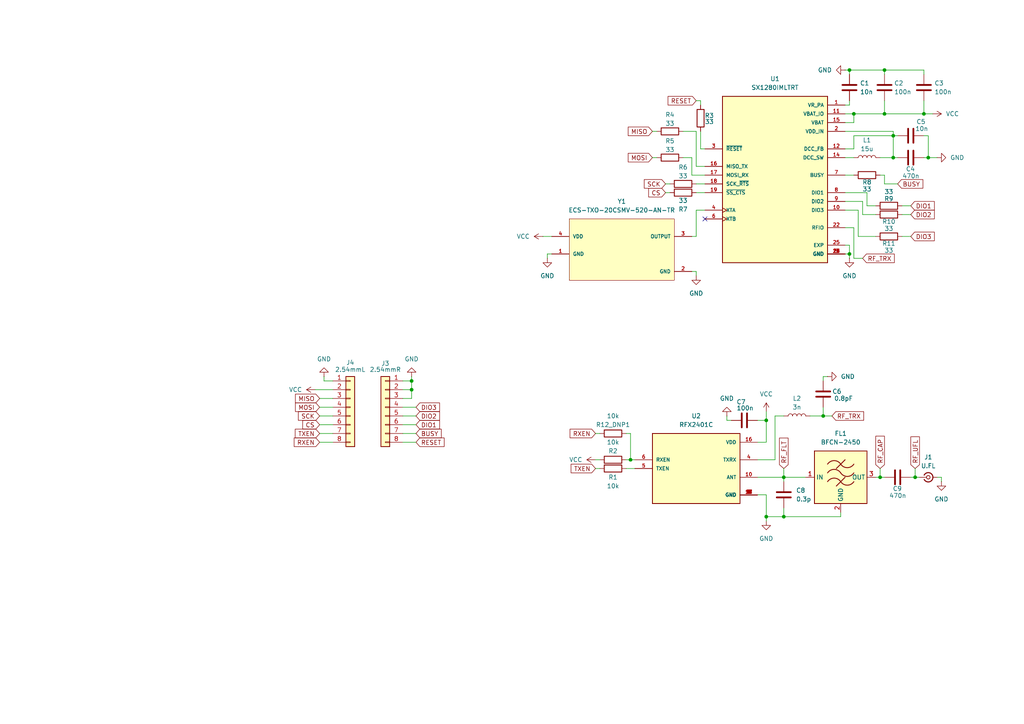
<source format=kicad_sch>
(kicad_sch (version 20250114) (generator "eeschema") (generator_version "9.0")
  (paper "A4")
  (lib_symbols
    (symbol "Connector:Conn_Coaxial_Small" (pin_numbers (hide yes)) (pin_names (offset 1.016) (hide yes))
      (property "Reference" "J" (at 0.254 3.048 0))
      (property "Value" "Conn_Coaxial_Small" (at 0 -3.81 0))
      (symbol "Conn_Coaxial_Small_0_1"
        (polyline (pts (xy -2.54 0) (xy -0.508 0)))
        (circle (center 0 0) (radius 0.508) (stroke (width 0.2032)))
      )
      (symbol "Conn_Coaxial_Small_1_1"
        (arc (start 1.3484 0.0039) (mid 0.327 -1.308) (end -1.1916 -0.6311) (stroke (width 0.3048)))
        (arc (start -1.1916 0.6311) (mid 0.327 1.3081) (end 1.3484 -0.0039) (stroke (width 0.3048)))
        (pin passive line (at -2.54 0 0) (length 1.27) (name "In") (number "1"))
        (pin passive line (at 2.54 0 180) (length 1.27) (name "Ext") (number "2"))
      )
    )
    (symbol "Connector_Generic:Conn_01x08" (pin_names (offset 1.016) (hide yes))
      (property "Reference" "J" (at 0 10.16 0))
      (property "Value" "Conn_01x08" (at 0 -12.7 0))
      (symbol "Conn_01x08_1_1"
        (rectangle (start -1.27 8.89) (end 1.27 -11.43) (stroke (width 0.254)) (fill (type background)))
        (rectangle (start -1.27 7.747) (end 0 7.493) (stroke (width 0.1524)))
        (rectangle (start -1.27 5.207) (end 0 4.953) (stroke (width 0.1524)))
        (rectangle (start -1.27 2.667) (end 0 2.413) (stroke (width 0.1524)))
        (rectangle (start -1.27 0.127) (end 0 -0.127) (stroke (width 0.1524)))
        (rectangle (start -1.27 -2.413) (end 0 -2.667) (stroke (width 0.1524)))
        (rectangle (start -1.27 -4.953) (end 0 -5.207) (stroke (width 0.1524)))
        (rectangle (start -1.27 -7.493) (end 0 -7.747) (stroke (width 0.1524)))
        (rectangle (start -1.27 -10.033) (end 0 -10.287) (stroke (width 0.1524)))
        (pin passive line (at -5.08 7.62 0) (length 3.81) (name "Pin_1") (number "1"))
        (pin passive line (at -5.08 5.08 0) (length 3.81) (name "Pin_2") (number "2"))
        (pin passive line (at -5.08 2.54 0) (length 3.81) (name "Pin_3") (number "3"))
        (pin passive line (at -5.08 0 0) (length 3.81) (name "Pin_4") (number "4"))
        (pin passive line (at -5.08 -2.54 0) (length 3.81) (name "Pin_5") (number "5"))
        (pin passive line (at -5.08 -5.08 0) (length 3.81) (name "Pin_6") (number "6"))
        (pin passive line (at -5.08 -7.62 0) (length 3.81) (name "Pin_7") (number "7"))
        (pin passive line (at -5.08 -10.16 0) (length 3.81) (name "Pin_8") (number "8"))
      )
    )
    (symbol "Device:C" (pin_numbers (hide yes)) (pin_names (offset 0.254))
      (property "Reference" "C" (at 0.635 2.54 0))
      (property "Value" "C" (at 0.635 -2.54 0))
      (symbol "C_0_1"
        (polyline (pts (xy -2.032 0.762) (xy 2.032 0.762)) (stroke (width 0.508)))
        (polyline (pts (xy -2.032 -0.762) (xy 2.032 -0.762)) (stroke (width 0.508)))
      )
      (symbol "C_1_1"
        (pin passive line (at 0 3.81 270) (length 2.794) (name "~") (number "1"))
        (pin passive line (at 0 -3.81 90) (length 2.794) (name "~") (number "2"))
      )
    )
    (symbol "Device:L" (pin_numbers (hide yes)) (pin_names (offset 1.016) (hide yes))
      (property "Reference" "L" (at -1.27 0 90))
      (property "Value" "L" (at 1.905 0 90))
      (symbol "L_0_1"
        (arc (start 0 2.54) (mid 0.6323 1.905) (end 0 1.27))
        (arc (start 0 1.27) (mid 0.6323 0.635) (end 0 0))
        (arc (start 0 0) (mid 0.6323 -0.635) (end 0 -1.27))
        (arc (start 0 -1.27) (mid 0.6323 -1.905) (end 0 -2.54))
      )
      (symbol "L_1_1"
        (pin passive line (at 0 3.81 270) (length 1.27) (name "1") (number "1"))
        (pin passive line (at 0 -3.81 90) (length 1.27) (name "2") (number "2"))
      )
    )
    (symbol "Device:R" (pin_numbers (hide yes)) (pin_names (offset 0))
      (property "Reference" "R" (at 2.032 0 90))
      (property "Value" "R" (at 0 0 90))
      (symbol "R_0_1"
        (rectangle (start -1.016 -2.54) (end 1.016 2.54) (stroke (width 0.254)))
      )
      (symbol "R_1_1"
        (pin passive line (at 0 3.81 270) (length 1.27) (name "~") (number "1"))
        (pin passive line (at 0 -3.81 90) (length 1.27) (name "~") (number "2"))
      )
    )
    (symbol "ECS-TXO-20CSMV:ECS-TXO-20CSMV-520-AN-TR" (pin_names (offset 1.016))
      (property "Reference" "Y" (at -15.5252 8.1444 0))
      (property "Value" "ECS-TXO-20CSMV-520-AN-TR" (at -15.2679 -12.4688 0))
      (symbol "ECS-TXO-20CSMV-520-AN-TR_0_0"
        (rectangle (start -15.24 -10.16) (end 15.24 7.62) (stroke (width 0.127)) (fill (type background)))
        (pin input line (at -20.32 2.54 0) (length 5.08) (name "VDD") (number "4"))
        (pin output line (at 20.32 2.54 180) (length 5.08) (name "OUTPUT") (number "3"))
      )
      (symbol "ECS-TXO-20CSMV-520-AN-TR_1_0"
        (pin power_in line (at -20.32 -2.54 0) (length 5.08) (name "GND") (number "1"))
        (pin power_in line (at 20.32 -7.62 180) (length 5.08) (name "GND") (number "2"))
      )
    )
    (symbol "RF_Filter:BFCN-2450"
      (property "Reference" "FL" (at 0 10.795 0))
      (property "Value" "BFCN-2450" (at 0 8.89 0))
      (symbol "BFCN-2450_0_1"
        (rectangle (start -7.62 7.62) (end 7.62 -7.62) (stroke (width 0.254)) (fill (type background)))
        (arc (start -3.81 3.81) (mid -1.905 4.8295) (end 0 3.81) (stroke (width 0.254)))
        (arc (start -3.81 1.27) (mid -1.905 2.2895) (end 0 1.27) (stroke (width 0.254)))
        (arc (start -3.81 -1.27) (mid -1.905 -0.2505) (end 0 -1.27) (stroke (width 0.254)))
        (polyline (pts (xy -1.27 2.54) (xy 1.27 5.08)) (stroke (width 0.254)))
        (polyline (pts (xy -1.27 -2.54) (xy 1.27 0)) (stroke (width 0.254)))
        (arc (start 3.81 3.81) (mid 1.905 2.7905) (end 0 3.81) (stroke (width 0.254)))
        (arc (start 3.81 1.27) (mid 1.905 0.2505) (end 0 1.27) (stroke (width 0.254)))
        (arc (start 3.81 -1.27) (mid 1.905 -2.2895) (end 0 -1.27) (stroke (width 0.254)))
      )
      (symbol "BFCN-2450_1_1"
        (pin passive line (at -10.16 0 0) (length 2.54) (name "IN") (number "1"))
        (pin passive line (at 0 -10.16 90) (length 2.54) (name "GND") (number "2"))
        (pin passive line (at 0 -10.16 90) (length 2.54) (hide yes) (name "GND") (number "4"))
        (pin passive line (at 10.16 0 180) (length 2.54) (name "OUT") (number "3"))
      )
    )
    (symbol "power:GND" (power) (pin_numbers (hide yes)) (pin_names (offset 0) (hide yes))
      (property "Value" "GND" (at 0 -3.81 0))
      (symbol "GND_0_1"
        (polyline (pts (xy 0 0) (xy 0 -1.27) (xy 1.27 -1.27) (xy 0 -2.54) (xy -1.27 -1.27) (xy 0 -1.27)))
      )
      (symbol "GND_1_1"
        (pin power_in line (at 0 0 270) (length 0) (name "~") (number "1"))
      )
    )
    (symbol "power:VCC" (power) (pin_numbers (hide yes)) (pin_names (offset 0) (hide yes))
      (property "Value" "VCC" (at 0 3.556 0))
      (symbol "VCC_0_1"
        (polyline (pts (xy -0.762 1.27) (xy 0 2.54)))
        (polyline (pts (xy 0 2.54) (xy 0.762 1.27)))
        (polyline (pts (xy 0 0) (xy 0 2.54)))
      )
      (symbol "VCC_1_1"
        (pin power_in line (at 0 0 90) (length 0) (name "~") (number "1"))
      )
    )
    (symbol "rfx2401c:RFX2401C" (pin_names (offset 1.016))
      (property "Reference" "U" (at -12.7 11.16 0))
      (property "Value" "RFX2401C" (at -12.7 -14.16 0))
      (symbol "RFX2401C_0_0"
        (rectangle (start -12.7 10.16) (end 12.7 -10.16) (stroke (width 0.254)) (fill (type background)))
        (pin input line (at -17.78 2.54 0) (length 5.08) (name "RXEN") (number "6"))
        (pin input line (at -17.78 0 0) (length 5.08) (name "TXEN") (number "5"))
        (pin power_in line (at 17.78 7.62 180) (length 5.08) (name "VDD") (number "16"))
        (pin bidirectional line (at 17.78 2.54 180) (length 5.08) (name "TXRX") (number "4"))
        (pin passive line (at 17.78 -2.54 180) (length 5.08) (name "ANT") (number "10"))
        (pin power_in line (at 17.78 -7.62 180) (length 5.08) (name "GND") (number "11"))
        (pin power_in line (at 17.78 -7.62 180) (length 5.08) (name "GND") (number "17"))
        (pin power_in line (at 17.78 -7.62 180) (length 5.08) (name "GND") (number "2"))
        (pin power_in line (at 17.78 -7.62 180) (length 5.08) (name "GND") (number "3"))
        (pin power_in line (at 17.78 -7.62 180) (length 5.08) (name "GND") (number "8"))
        (pin power_in line (at 17.78 -7.62 180) (length 5.08) (name "GND") (number "9"))
      )
      (symbol "RFX2401C_1_0"
        (pin no_connect line (at 17.78 5.08 180) (length 5.08) (hide yes) (name "VDD") (number "14"))
        (pin no_connect line (at 17.78 -5.08 180) (length 5.08) (hide yes) (name "GND") (number "13"))
        (pin power_in line (at 17.78 -7.62 180) (length 5.08) (name "GND") (number "1"))
        (pin power_in line (at 17.78 -7.62 180) (length 5.08) (name "GND") (number "12"))
        (pin power_in line (at 17.78 -7.62 180) (length 5.08) (name "GND") (number "15"))
        (pin power_in line (at 17.78 -7.62 180) (length 5.08) (name "GND") (number "7"))
      )
    )
    (symbol "sx1280:SX1280IMLTRT" (pin_names (offset 1.016))
      (property "Reference" "U" (at -15.24 23.495 0))
      (property "Value" "SX1280IMLTRT" (at -15.24 -27.94 0))
      (symbol "SX1280IMLTRT_0_0"
        (rectangle (start -15.24 -25.4) (end 15.24 22.86) (stroke (width 0.254)) (fill (type background)))
        (pin input line (at -20.32 7.62 0) (length 5.08) (name "~{RESET}") (number "3"))
        (pin output line (at -20.32 2.54 0) (length 5.08) (name "MISO_TX") (number "16"))
        (pin input line (at -20.32 0 0) (length 5.08) (name "MOSI_RX") (number "17"))
        (pin input line (at -20.32 -2.54 0) (length 5.08) (name "SCK_~{RTS}") (number "18"))
        (pin input line (at -20.32 -5.08 0) (length 5.08) (name "~{SS_CTS}") (number "19"))
        (pin input clock (at -20.32 -10.16 0) (length 5.08) (name "XTA") (number "4"))
        (pin passive clock (at -20.32 -12.7 0) (length 5.08) (name "XTB") (number "6"))
        (pin power_in line (at 20.32 20.32 180) (length 5.08) (name "VR_PA") (number "1"))
        (pin power_in line (at 20.32 17.78 180) (length 5.08) (name "VBAT_IO") (number "11"))
        (pin power_in line (at 20.32 15.24 180) (length 5.08) (name "VBAT") (number "15"))
        (pin power_in line (at 20.32 12.7 180) (length 5.08) (name "VDD_IN") (number "2"))
        (pin output line (at 20.32 7.62 180) (length 5.08) (name "DCC_FB") (number "12"))
        (pin output line (at 20.32 5.08 180) (length 5.08) (name "DCC_SW") (number "14"))
        (pin output line (at 20.32 0 180) (length 5.08) (name "BUSY") (number "7"))
        (pin bidirectional line (at 20.32 -5.08 180) (length 5.08) (name "DIO1") (number "8"))
        (pin bidirectional line (at 20.32 -7.62 180) (length 5.08) (name "DIO2") (number "9"))
        (pin bidirectional line (at 20.32 -10.16 180) (length 5.08) (name "DIO3") (number "10"))
        (pin bidirectional line (at 20.32 -15.24 180) (length 5.08) (name "RFIO") (number "22"))
        (pin power_in line (at 20.32 -20.32 180) (length 5.08) (name "EXP") (number "25"))
        (pin power_in line (at 20.32 -22.86 180) (length 5.08) (name "GND") (number "13"))
        (pin power_in line (at 20.32 -22.86 180) (length 5.08) (name "GND") (number "20"))
        (pin power_in line (at 20.32 -22.86 180) (length 5.08) (name "GND") (number "21"))
        (pin power_in line (at 20.32 -22.86 180) (length 5.08) (name "GND") (number "23"))
        (pin power_in line (at 20.32 -22.86 180) (length 5.08) (name "GND") (number "24"))
        (pin power_in line (at 20.32 -22.86 180) (length 5.08) (name "GND") (number "5"))
      )
    )
  )
  (junction (at 269.24 45.72))
  (junction (at 227.33 138.43))
  (junction (at 222.25 121.92))
  (junction (at 227.33 149.86))
  (junction (at 265.43 138.43))
  (junction (at 222.25 149.86))
  (junction (at 256.54 33.02))
  (junction (at 256.54 20.32))
  (junction (at 119.38 113.03))
  (junction (at 259.08 39.37))
  (junction (at 246.38 20.32))
  (junction (at 259.08 45.72))
  (junction (at 182.88 133.35))
  (junction (at 119.38 110.49))
  (junction (at 255.27 138.43))
  (junction (at 267.97 33.02))
  (junction (at 246.38 73.66))
  (junction (at 247.65 33.02))
  (junction (at 238.76 120.65))
  (no_connect (at 204.47 63.5))
  (wire (pts (xy 222.25 149.86) (xy 227.33 149.86)))
  (wire (pts (xy 116.84 120.65) (xy 120.65 120.65)))
  (wire (pts (xy 246.38 20.32) (xy 245.11 20.32)))
  (wire (pts (xy 116.84 115.57) (xy 119.38 115.57)))
  (wire (pts (xy 222.25 121.92) (xy 222.25 128.27)))
  (wire (pts (xy 238.76 120.65) (xy 241.3 120.65)))
  (wire (pts (xy 251.46 59.69) (xy 251.46 55.88)))
  (wire (pts (xy 260.35 53.34) (xy 256.54 53.34)))
  (wire (pts (xy 201.93 60.96) (xy 204.47 60.96)))
  (wire (pts (xy 201.93 55.88) (xy 204.47 55.88)))
  (wire (pts (xy 261.62 62.23) (xy 264.16 62.23)))
  (wire (pts (xy 250.19 62.23) (xy 254 62.23)))
  (wire (pts (xy 172.72 125.73) (xy 173.99 125.73)))
  (wire (pts (xy 93.98 110.49) (xy 96.52 110.49)))
  (wire (pts (xy 200.66 50.8) (xy 200.66 45.72)))
  (wire (pts (xy 116.84 118.11) (xy 120.65 118.11)))
  (wire (pts (xy 181.61 133.35) (xy 182.88 133.35)))
  (wire (pts (xy 245.11 30.48) (xy 246.38 30.48)))
  (wire (pts (xy 203.2 43.18) (xy 204.47 43.18)))
  (wire (pts (xy 158.75 74.93) (xy 158.75 73.66)))
  (wire (pts (xy 92.71 120.65) (xy 96.52 120.65)))
  (wire (pts (xy 227.33 135.89) (xy 227.33 138.43)))
  (wire (pts (xy 210.82 120.65) (xy 210.82 121.92)))
  (wire (pts (xy 158.75 73.66) (xy 160.02 73.66)))
  (wire (pts (xy 247.65 33.02) (xy 245.11 33.02)))
  (wire (pts (xy 201.93 48.26) (xy 204.47 48.26)))
  (wire (pts (xy 247.65 66.04) (xy 245.11 66.04)))
  (wire (pts (xy 269.24 39.37) (xy 269.24 45.72)))
  (wire (pts (xy 256.54 21.59) (xy 256.54 20.32)))
  (wire (pts (xy 201.93 68.58) (xy 201.93 60.96)))
  (wire (pts (xy 267.97 29.21) (xy 267.97 33.02)))
  (wire (pts (xy 116.84 128.27) (xy 120.65 128.27)))
  (wire (pts (xy 246.38 71.12) (xy 246.38 73.66)))
  (wire (pts (xy 210.82 121.92) (xy 212.09 121.92)))
  (wire (pts (xy 254 138.43) (xy 255.27 138.43)))
  (wire (pts (xy 119.38 115.57) (xy 119.38 113.03)))
  (wire (pts (xy 246.38 73.66) (xy 246.38 74.93)))
  (wire (pts (xy 92.71 128.27) (xy 96.52 128.27)))
  (wire (pts (xy 227.33 138.43) (xy 227.33 139.7)))
  (wire (pts (xy 248.92 68.58) (xy 248.92 60.96)))
  (wire (pts (xy 92.71 123.19) (xy 96.52 123.19)))
  (wire (pts (xy 201.93 80.01) (xy 201.93 78.74)))
  (wire (pts (xy 204.47 50.8) (xy 200.66 50.8)))
  (wire (pts (xy 203.2 29.21) (xy 203.2 30.48)))
  (wire (pts (xy 219.71 121.92) (xy 222.25 121.92)))
  (wire (pts (xy 245.11 35.56) (xy 247.65 35.56)))
  (wire (pts (xy 181.61 125.73) (xy 182.88 125.73)))
  (wire (pts (xy 93.98 109.22) (xy 93.98 110.49)))
  (wire (pts (xy 247.65 35.56) (xy 247.65 33.02)))
  (wire (pts (xy 256.54 20.32) (xy 267.97 20.32)))
  (wire (pts (xy 119.38 110.49) (xy 119.38 113.03)))
  (wire (pts (xy 247.65 50.8) (xy 245.11 50.8)))
  (wire (pts (xy 259.08 39.37) (xy 260.35 39.37)))
  (wire (pts (xy 116.84 125.73) (xy 120.65 125.73)))
  (wire (pts (xy 189.23 38.1) (xy 190.5 38.1)))
  (wire (pts (xy 227.33 149.86) (xy 243.84 149.86)))
  (wire (pts (xy 193.04 55.88) (xy 194.31 55.88)))
  (wire (pts (xy 256.54 50.8) (xy 255.27 50.8)))
  (wire (pts (xy 222.25 149.86) (xy 222.25 143.51)))
  (wire (pts (xy 201.93 38.1) (xy 198.12 38.1)))
  (wire (pts (xy 245.11 73.66) (xy 246.38 73.66)))
  (wire (pts (xy 255.27 138.43) (xy 256.54 138.43)))
  (wire (pts (xy 224.79 133.35) (xy 219.71 133.35)))
  (wire (pts (xy 222.25 119.38) (xy 222.25 121.92)))
  (wire (pts (xy 92.71 125.73) (xy 96.52 125.73)))
  (wire (pts (xy 245.11 43.18) (xy 247.65 43.18)))
  (wire (pts (xy 222.25 151.13) (xy 222.25 149.86)))
  (wire (pts (xy 189.23 45.72) (xy 190.5 45.72)))
  (wire (pts (xy 255.27 135.89) (xy 255.27 138.43)))
  (wire (pts (xy 201.93 78.74) (xy 200.66 78.74)))
  (wire (pts (xy 203.2 29.21) (xy 201.93 29.21)))
  (wire (pts (xy 256.54 33.02) (xy 267.97 33.02)))
  (wire (pts (xy 182.88 133.35) (xy 184.15 133.35)))
  (wire (pts (xy 261.62 59.69) (xy 264.16 59.69)))
  (wire (pts (xy 264.16 138.43) (xy 265.43 138.43)))
  (wire (pts (xy 243.84 148.59) (xy 243.84 149.86)))
  (wire (pts (xy 269.24 45.72) (xy 271.78 45.72)))
  (wire (pts (xy 222.25 128.27) (xy 219.71 128.27)))
  (wire (pts (xy 250.19 58.42) (xy 245.11 58.42)))
  (wire (pts (xy 219.71 138.43) (xy 227.33 138.43)))
  (wire (pts (xy 234.95 120.65) (xy 238.76 120.65)))
  (wire (pts (xy 245.11 71.12) (xy 246.38 71.12)))
  (wire (pts (xy 256.54 33.02) (xy 247.65 33.02)))
  (wire (pts (xy 200.66 68.58) (xy 201.93 68.58)))
  (wire (pts (xy 172.72 133.35) (xy 173.99 133.35)))
  (wire (pts (xy 247.65 39.37) (xy 259.08 39.37)))
  (wire (pts (xy 193.04 53.34) (xy 194.31 53.34)))
  (wire (pts (xy 265.43 138.43) (xy 266.7 138.43)))
  (wire (pts (xy 182.88 125.73) (xy 182.88 133.35)))
  (wire (pts (xy 119.38 109.22) (xy 119.38 110.49)))
  (wire (pts (xy 116.84 123.19) (xy 120.65 123.19)))
  (wire (pts (xy 157.48 68.58) (xy 160.02 68.58)))
  (wire (pts (xy 250.19 62.23) (xy 250.19 58.42)))
  (wire (pts (xy 227.33 138.43) (xy 233.68 138.43)))
  (wire (pts (xy 181.61 135.89) (xy 184.15 135.89)))
  (wire (pts (xy 246.38 30.48) (xy 246.38 29.21)))
  (wire (pts (xy 251.46 55.88) (xy 245.11 55.88)))
  (wire (pts (xy 172.72 135.89) (xy 173.99 135.89)))
  (wire (pts (xy 246.38 21.59) (xy 246.38 20.32)))
  (wire (pts (xy 267.97 39.37) (xy 269.24 39.37)))
  (wire (pts (xy 201.93 53.34) (xy 204.47 53.34)))
  (wire (pts (xy 256.54 53.34) (xy 256.54 50.8)))
  (wire (pts (xy 227.33 147.32) (xy 227.33 149.86)))
  (wire (pts (xy 248.92 68.58) (xy 254 68.58)))
  (wire (pts (xy 265.43 135.89) (xy 265.43 138.43)))
  (wire (pts (xy 246.38 20.32) (xy 256.54 20.32)))
  (wire (pts (xy 245.11 38.1) (xy 259.08 38.1)))
  (wire (pts (xy 259.08 39.37) (xy 259.08 45.72)))
  (wire (pts (xy 248.92 60.96) (xy 245.11 60.96)))
  (wire (pts (xy 245.11 45.72) (xy 247.65 45.72)))
  (wire (pts (xy 267.97 45.72) (xy 269.24 45.72)))
  (wire (pts (xy 273.05 139.7) (xy 273.05 138.43)))
  (wire (pts (xy 201.93 38.1) (xy 201.93 48.26)))
  (wire (pts (xy 238.76 109.22) (xy 238.76 110.49)))
  (wire (pts (xy 222.25 143.51) (xy 219.71 143.51)))
  (wire (pts (xy 261.62 68.58) (xy 264.16 68.58)))
  (wire (pts (xy 251.46 59.69) (xy 254 59.69)))
  (wire (pts (xy 273.05 138.43) (xy 271.78 138.43)))
  (wire (pts (xy 238.76 109.22) (xy 240.03 109.22)))
  (wire (pts (xy 267.97 21.59) (xy 267.97 20.32)))
  (wire (pts (xy 116.84 110.49) (xy 119.38 110.49)))
  (wire (pts (xy 224.79 120.65) (xy 224.79 133.35)))
  (wire (pts (xy 200.66 45.72) (xy 198.12 45.72)))
  (wire (pts (xy 267.97 33.02) (xy 270.51 33.02)))
  (wire (pts (xy 247.65 74.93) (xy 250.19 74.93)))
  (wire (pts (xy 259.08 38.1) (xy 259.08 39.37)))
  (wire (pts (xy 224.79 120.65) (xy 227.33 120.65)))
  (wire (pts (xy 255.27 45.72) (xy 259.08 45.72)))
  (wire (pts (xy 260.35 45.72) (xy 259.08 45.72)))
  (wire (pts (xy 247.65 43.18) (xy 247.65 39.37)))
  (wire (pts (xy 247.65 74.93) (xy 247.65 66.04)))
  (wire (pts (xy 238.76 120.65) (xy 238.76 118.11)))
  (wire (pts (xy 119.38 113.03) (xy 116.84 113.03)))
  (wire (pts (xy 92.71 118.11) (xy 96.52 118.11)))
  (wire (pts (xy 91.44 113.03) (xy 96.52 113.03)))
  (wire (pts (xy 92.71 115.57) (xy 96.52 115.57)))
  (wire (pts (xy 203.2 38.1) (xy 203.2 43.18)))
  (wire (pts (xy 256.54 29.21) (xy 256.54 33.02)))
  (global_label "TXEN" (shape input) (at 92.71 125.73 180) (property "Intersheetrefs" "${INTERSHEET_REFS}" (effects (hide yes))))
  (global_label "MISO" (shape input) (at 92.71 115.57 180) (property "Intersheetrefs" "${INTERSHEET_REFS}" (effects (hide yes))))
  (global_label "CS" (shape input) (at 92.71 123.19 180) (property "Intersheetrefs" "${INTERSHEET_REFS}" (effects (hide yes))))
  (global_label "RF_TRX" (shape input) (at 241.3 120.65 0) (property "Intersheetrefs" "${INTERSHEET_REFS}" (effects (hide yes))))
  (global_label "BUSY" (shape input) (at 260.35 53.34 0) (property "Intersheetrefs" "${INTERSHEET_REFS}" (effects (hide yes))))
  (global_label "RXEN" (shape input) (at 92.71 128.27 180) (property "Intersheetrefs" "${INTERSHEET_REFS}" (effects (hide yes))))
  (global_label "DIO3" (shape input) (at 264.16 68.58 0) (property "Intersheetrefs" "${INTERSHEET_REFS}" (effects (hide yes))))
  (global_label "TXEN" (shape input) (at 172.72 135.89 180) (property "Intersheetrefs" "${INTERSHEET_REFS}" (effects (hide yes))))
  (global_label "DIO2" (shape input) (at 120.65 120.65 0) (property "Intersheetrefs" "${INTERSHEET_REFS}" (effects (hide yes))))
  (global_label "MOSI" (shape input) (at 189.23 45.72 180) (property "Intersheetrefs" "${INTERSHEET_REFS}" (effects (hide yes))))
  (global_label "RF_UFL" (shape input) (at 265.43 135.89 90) (property "Intersheetrefs" "${INTERSHEET_REFS}" (effects (hide yes))))
  (global_label "DIO2" (shape input) (at 264.16 62.23 0) (property "Intersheetrefs" "${INTERSHEET_REFS}" (effects (hide yes))))
  (global_label "SCK" (shape input) (at 193.04 53.34 180) (property "Intersheetrefs" "${INTERSHEET_REFS}" (effects (hide yes))))
  (global_label "RESET" (shape input) (at 120.65 128.27 0) (property "Intersheetrefs" "${INTERSHEET_REFS}" (effects (hide yes))))
  (global_label "SCK" (shape input) (at 92.71 120.65 180) (property "Intersheetrefs" "${INTERSHEET_REFS}" (effects (hide yes))))
  (global_label "RXEN" (shape input) (at 172.72 125.73 180) (property "Intersheetrefs" "${INTERSHEET_REFS}" (effects (hide yes))))
  (global_label "DIO1" (shape input) (at 120.65 123.19 0) (property "Intersheetrefs" "${INTERSHEET_REFS}" (effects (hide yes))))
  (global_label "BUSY" (shape input) (at 120.65 125.73 0) (property "Intersheetrefs" "${INTERSHEET_REFS}" (effects (hide yes))))
  (global_label "RF_CAP" (shape input) (at 255.27 135.89 90) (property "Intersheetrefs" "${INTERSHEET_REFS}" (effects (hide yes))))
  (global_label "MOSI" (shape input) (at 92.71 118.11 180) (property "Intersheetrefs" "${INTERSHEET_REFS}" (effects (hide yes))))
  (global_label "DIO1" (shape input) (at 264.16 59.69 0) (property "Intersheetrefs" "${INTERSHEET_REFS}" (effects (hide yes))))
  (global_label "DIO3" (shape input) (at 120.65 118.11 0) (property "Intersheetrefs" "${INTERSHEET_REFS}" (effects (hide yes))))
  (global_label "CS" (shape input) (at 193.04 55.88 180) (property "Intersheetrefs" "${INTERSHEET_REFS}" (effects (hide yes))))
  (global_label "RESET" (shape input) (at 201.93 29.21 180) (property "Intersheetrefs" "${INTERSHEET_REFS}" (effects (hide yes))))
  (global_label "RF_FLT" (shape input) (at 227.33 135.89 90) (property "Intersheetrefs" "${INTERSHEET_REFS}" (effects (hide yes))))
  (global_label "RF_TRX" (shape input) (at 250.19 74.93 0) (property "Intersheetrefs" "${INTERSHEET_REFS}" (effects (hide yes))))
  (global_label "MISO" (shape input) (at 189.23 38.1 180) (property "Intersheetrefs" "${INTERSHEET_REFS}" (effects (hide yes))))
  (symbol (lib_id "power:GND") (at 158.75 74.93 0) (unit 1)
    (property "Reference" "#PWR04" (effects (hide yes)))
    (property "Value" "GND" (at 158.75 80.01 0))
    (property "Description" "Power symbol creates a global label with name \"GND\" , ground" (effects (hide yes)))
  )
  (symbol (lib_id "power:VCC") (at 270.51 33.02 270) (unit 1)
    (property "Reference" "#PWR07" (effects (hide yes)))
    (property "Value" "VCC" (at 274.32 33.0199 90) (effects (justify left)))
    (property "Description" "Power symbol creates a global label with name \"VCC\"" (effects (hide yes)))
  )
  (symbol (lib_id "Connector:Conn_Coaxial_Small") (at 269.24 138.43 0) (unit 1)
    (property "Reference" "J1" (at 269.24 132.588 0))
    (property "Value" "U.FL" (at 269.24 135.128 0))
    (property "Footprint" "Connector_Coaxial:U.FL_Molex_MCRF_73412-0110_Vertical" (effects (hide yes)))
    (property "Description" "small coaxial connector (BNC, SMA, SMB, SMC, Cinch/RCA, LEMO, ...)" (effects (hide yes)))
    (property "MFR" "538-73412-0114" (effects (hide yes)))
  )
  (symbol (lib_id "Device:R") (at 257.81 59.69 270) (unit 1)
    (property "Reference" "R9" (at 257.81 57.658 90))
    (property "Value" "33" (at 257.81 55.626 90))
    (property "Footprint" "Resistor_SMD:R_0603_1608Metric" (effects (hide yes)))
    (property "Description" "Resistor" (effects (hide yes)))
    (property "MFR" "603-RT0603FRE0733RL" (effects (hide yes)))
  )
  (symbol (lib_id "Device:C") (at 215.9 121.92 270) (unit 1)
    (property "Reference" "C7" (at 213.614 116.586 90) (effects (justify left)))
    (property "Value" "100n" (at 213.614 118.364 90) (effects (justify left)))
    (property "Footprint" "Capacitor_SMD:C_0603_1608Metric" (effects (hide yes)))
    (property "Description" "Unpolarized capacitor" (effects (hide yes)))
    (property "MFR" "187-CL10B104KO8NNWC" (effects (hide yes)))
  )
  (symbol (lib_id "Device:L") (at 251.46 45.72 90) (unit 1)
    (property "Reference" "L1" (at 251.46 40.64 90))
    (property "Value" "15u" (at 251.46 43.18 90))
    (property "Footprint" "Inductor_SMD:L_0805_2012Metric" (effects (hide yes)))
    (property "Description" "Inductor" (effects (hide yes)))
    (property "MFR" "810-MLZ2012N150LTD25" (effects (hide yes)))
  )
  (symbol (lib_id "rfx2401c:RFX2401C") (at 201.93 135.89 0) (unit 1)
    (property "Reference" "U2" (at 201.93 120.65 0))
    (property "Value" "RFX2401C" (at 201.93 123.19 0))
    (property "Footprint" "rfx2401c:RFX2401C" (effects (hide yes)))
    (property "Description" "RF Front End 2.4GHz ~ 2.5GHz 802.15.4, Zigbee® 16-QFN (3x3)" (effects (hide yes)))
    (property "MF" "Skyworks Solutions" (effects (hide yes)))
    (property "MOUSER-PURCHASE-URL" "https://snapeda.com/shop?store=Mouser&id=556493" (effects (hide yes)))
    (property "PACKAGE" "UFQFN-16 Skyworks Solutions" (effects (hide yes)))
    (property "PRICE" "None" (effects (hide yes)))
    (property "Package" "UFQFN-16 Skyworks Solutions" (effects (hide yes)))
    (property "Check_prices" "https://www.snapeda.com/parts/RFX2401C/Skyworks+Solution%252C+Inc./view-part/?ref=eda" (effects (hide yes)))
    (property "Price" "None" (effects (hide yes)))
    (property "SnapEDA_Link" "https://www.snapeda.com/parts/RFX2401C/Skyworks+Solution%252C+Inc./view-part/?ref=snap" (effects (hide yes)))
    (property "MP" "RFX2401C" (effects (hide yes)))
    (property "DIGIKEY-PURCHASE-URL" "https://snapeda.com/shop?store=DigiKey&id=556493" (effects (hide yes)))
    (property "Availability" "In Stock" (effects (hide yes)))
    (property "AVAILABILITY" "Unavailable" (effects (hide yes)))
    (property "Description_1" "RF Front End 2.4GHz ~ 2.5GHz 802.15.4, Zigbee® 16-QFN (3x3)" (effects (hide yes)))
    (property "MFR" "477-RFX2401C" (effects (hide yes)))
  )
  (symbol (lib_id "Device:C") (at 260.35 138.43 90) (unit 1)
    (property "Reference" "C9" (at 261.62 141.732 90) (effects (justify left)))
    (property "Value" "470n" (at 262.89 143.764 90) (effects (justify left)))
    (property "Footprint" "Capacitor_SMD:C_0402_1005Metric" (effects (hide yes)))
    (property "Description" "Unpolarized capacitor" (effects (hide yes)))
    (property "MFR" "81-GRM1555C1H101JA1D" (effects (hide yes)))
  )
  (symbol (lib_id "Connector_Generic:Conn_01x08") (at 101.6 118.11 0) (unit 1)
    (property "Reference" "J4" (at 101.6 105.156 0))
    (property "Value" "2.54mmL" (at 101.6 107.188 0))
    (property "Footprint" "Connector_PinHeader_2.54mm:PinHeader_1x08_P2.54mm_Vertical" (effects (hide yes)))
    (property "Description" "Generic connector, single row, 01x08, script generated (kicad-library-utils/schlib/autogen/connector/)" (effects (hide yes)))
  )
  (symbol (lib_id "power:GND") (at 93.98 109.22 180) (unit 1)
    (property "Reference" "#PWR015" (effects (hide yes)))
    (property "Value" "GND" (at 93.98 104.14 0))
    (property "Description" "Power symbol creates a global label with name \"GND\" , ground" (effects (hide yes)))
  )
  (symbol (lib_id "Device:C") (at 267.97 25.4 0) (unit 1)
    (property "Reference" "C3" (at 271.018 24.13 0) (effects (justify left)))
    (property "Value" "100n" (at 271.018 26.67 0) (effects (justify left)))
    (property "Footprint" "Capacitor_SMD:C_0603_1608Metric" (effects (hide yes)))
    (property "Description" "Unpolarized capacitor" (effects (hide yes)))
    (property "MFR" "187-CL10B104KO8NNWC" (effects (hide yes)))
  )
  (symbol (lib_id "Device:C") (at 256.54 25.4 0) (unit 1)
    (property "Reference" "C2" (at 259.334 24.13 0) (effects (justify left)))
    (property "Value" "100n" (at 259.334 26.67 0) (effects (justify left)))
    (property "Footprint" "Capacitor_SMD:C_0603_1608Metric" (effects (hide yes)))
    (property "Description" "Unpolarized capacitor" (effects (hide yes)))
    (property "MFR" "187-CL10B104KO8NNWC" (effects (hide yes)))
  )
  (symbol (lib_id "Device:R") (at 194.31 45.72 90) (unit 1)
    (property "Reference" "R5" (at 194.31 40.894 90))
    (property "Value" "33" (at 194.31 43.434 90))
    (property "Footprint" "Resistor_SMD:R_0603_1608Metric" (effects (hide yes)))
    (property "Description" "Resistor" (effects (hide yes)))
    (property "MFR" "603-RT0603FRE0733RL" (effects (hide yes)))
  )
  (symbol (lib_id "Device:R") (at 257.81 62.23 90) (unit 1)
    (property "Reference" "R10" (at 257.81 64.262 90))
    (property "Value" "33" (at 257.81 66.294 90))
    (property "Footprint" "Resistor_SMD:R_0603_1608Metric" (effects (hide yes)))
    (property "Description" "Resistor" (effects (hide yes)))
    (property "MFR" "603-RT0603FRE0733RL" (effects (hide yes)))
  )
  (symbol (lib_id "power:GND") (at 210.82 120.65 180) (unit 1)
    (property "Reference" "#PWR013" (effects (hide yes)))
    (property "Value" "GND" (at 210.82 115.57 0))
    (property "Description" "Power symbol creates a global label with name \"GND\" , ground" (effects (hide yes)))
  )
  (symbol (lib_id "sx1280:SX1280IMLTRT") (at 224.79 50.8 0) (unit 1)
    (property "Reference" "U1" (at 224.79 22.86 0))
    (property "Value" "SX1280IMLTRT" (at 224.79 25.4 0))
    (property "Footprint" "sx1280:XCVR_SX1280IMLTRT" (effects (hide yes)))
    (property "MF" "Semtech Corporation" (effects (hide yes)))
    (property "MAXIMUM_PACKAGE_HEIGHT" "1.00 mm" (effects (hide yes)))
    (property "Package" "WFQFN-24 Semtech Corporation" (effects (hide yes)))
    (property "Price" "None" (effects (hide yes)))
    (property "Check_prices" "https://www.snapeda.com/parts/SX1280IMLTRT/Semtech/view-part/?ref=eda" (effects (hide yes)))
    (property "STANDARD" "Manufacturer Recommendations" (effects (hide yes)))
    (property "PARTREV" "3.3" (effects (hide yes)))
    (property "SnapEDA_Link" "https://www.snapeda.com/parts/SX1280IMLTRT/Semtech/view-part/?ref=snap" (effects (hide yes)))
    (property "MP" "SX1280IMLTRT" (effects (hide yes)))
    (property "Description_1" "IC RF TxRx Only 802.15.4 LoRa™ 2.4GHz 24-WFQFN Exposed Pad" (effects (hide yes)))
    (property "Availability" "In Stock" (effects (hide yes)))
    (property "MANUFACTURER" "Semtech" (effects (hide yes)))
    (property "MFR" "947-SX1280IMLTRT" (effects (hide yes)))
  )
  (symbol (lib_id "Device:L") (at 231.14 120.65 90) (unit 1)
    (property "Reference" "L2" (at 231.14 115.57 90))
    (property "Value" "3n" (at 231.14 118.11 90))
    (property "Footprint" "Inductor_SMD:L_0402_1005Metric" (effects (hide yes)))
    (property "Description" "Inductor" (effects (hide yes)))
    (property "MFR" "81-LQW15AN3N0B80D" (effects (hide yes)))
  )
  (symbol (lib_id "Device:R") (at 257.81 68.58 90) (unit 1)
    (property "Reference" "R11" (at 257.81 70.612 90))
    (property "Value" "33" (at 257.81 72.644 90))
    (property "Footprint" "Resistor_SMD:R_0603_1608Metric" (effects (hide yes)))
    (property "Description" "Resistor" (effects (hide yes)))
    (property "MFR" "603-RT0603FRE0733RL" (effects (hide yes)))
  )
  (symbol (lib_id "Device:C") (at 227.33 143.51 0) (unit 1)
    (property "Reference" "C8" (at 230.886 142.24 0) (effects (justify left)))
    (property "Value" "0.3p" (at 230.886 144.78 0) (effects (justify left)))
    (property "Footprint" "Capacitor_SMD:C_0402_1005Metric" (effects (hide yes)))
    (property "Description" "Unpolarized capacitor" (effects (hide yes)))
    (property "MFR" "81-GJM1555C1HR30BB01" (effects (hide yes)))
  )
  (symbol (lib_id "Device:R") (at 194.31 38.1 90) (unit 1)
    (property "Reference" "R4" (at 194.31 33.274 90))
    (property "Value" "33" (at 194.31 35.814 90))
    (property "Footprint" "Resistor_SMD:R_0603_1608Metric" (effects (hide yes)))
    (property "Description" "Resistor" (effects (hide yes)))
    (property "MFR" "603-RT0603FRE0733RL" (effects (hide yes)))
  )
  (symbol (lib_id "Device:C") (at 264.16 39.37 90) (unit 1)
    (property "Reference" "C5" (at 268.478 35.306 90) (effects (justify left)))
    (property "Value" "10n" (at 269.24 37.338 90) (effects (justify left)))
    (property "Footprint" "Capacitor_SMD:C_0603_1608Metric" (effects (hide yes)))
    (property "Description" "Unpolarized capacitor" (effects (hide yes)))
    (property "MFR" "81-GCJ188R71E103KA1D" (effects (hide yes)))
  )
  (symbol (lib_id "power:GND") (at 222.25 151.13 0) (unit 1)
    (property "Reference" "#PWR08" (effects (hide yes)))
    (property "Value" "GND" (at 222.25 156.21 0))
    (property "Description" "Power symbol creates a global label with name \"GND\" , ground" (effects (hide yes)))
  )
  (symbol (lib_id "power:GND") (at 271.78 45.72 90) (unit 1)
    (property "Reference" "#PWR06" (effects (hide yes)))
    (property "Value" "GND" (at 275.59 45.7199 90) (effects (justify right)))
    (property "Description" "Power symbol creates a global label with name \"GND\" , ground" (effects (hide yes)))
  )
  (symbol (lib_id "power:GND") (at 119.38 109.22 180) (unit 1)
    (property "Reference" "#PWR014" (effects (hide yes)))
    (property "Value" "GND" (at 119.38 104.14 0))
    (property "Description" "Power symbol creates a global label with name \"GND\" , ground" (effects (hide yes)))
  )
  (symbol (lib_id "Device:R") (at 177.8 125.73 90) (unit 1)
    (property "Reference" "R12_DNP1" (at 177.8 123.19 90))
    (property "Value" "10k" (at 177.8 120.65 90))
    (property "Footprint" "Resistor_SMD:R_0402_1005Metric" (effects (hide yes)))
    (property "Description" "Resistor" (effects (hide yes)))
    (property "MFR" "603-RT0603DRE0710KL" (effects (hide yes)))
  )
  (symbol (lib_id "Device:R") (at 251.46 50.8 90) (unit 1)
    (property "Reference" "R8" (at 251.46 52.832 90))
    (property "Value" "33" (at 251.46 54.864 90))
    (property "Footprint" "Resistor_SMD:R_0603_1608Metric" (effects (hide yes)))
    (property "Description" "Resistor" (effects (hide yes)))
    (property "MFR" "603-RT0603FRE0733RL" (effects (hide yes)))
  )
  (symbol (lib_id "power:GND") (at 245.11 20.32 270) (unit 1)
    (property "Reference" "#PWR05" (effects (hide yes)))
    (property "Value" "GND" (at 241.3 20.3199 90) (effects (justify right)))
    (property "Description" "Power symbol creates a global label with name \"GND\" , ground" (effects (hide yes)))
  )
  (symbol (lib_id "Device:C") (at 246.38 25.4 0) (unit 1)
    (property "Reference" "C1" (at 249.428 24.13 0) (effects (justify left)))
    (property "Value" "10n" (at 249.428 26.67 0) (effects (justify left)))
    (property "Footprint" "Capacitor_SMD:C_0603_1608Metric" (effects (hide yes)))
    (property "Description" "Unpolarized capacitor" (effects (hide yes)))
    (property "MFR" "81-GCJ188R71E103KA1D" (effects (hide yes)))
  )
  (symbol (lib_id "power:GND") (at 201.93 80.01 0) (unit 1)
    (property "Reference" "#PWR02" (effects (hide yes)))
    (property "Value" "GND" (at 201.93 85.09 0))
    (property "Description" "Power symbol creates a global label with name \"GND\" , ground" (effects (hide yes)))
  )
  (symbol (lib_id "Device:R") (at 198.12 53.34 90) (unit 1)
    (property "Reference" "R6" (at 198.12 48.514 90))
    (property "Value" "33" (at 198.12 51.054 90))
    (property "Footprint" "Resistor_SMD:R_0603_1608Metric" (effects (hide yes)))
    (property "Description" "Resistor" (effects (hide yes)))
    (property "MFR" "603-RT0603FRE0733RL" (effects (hide yes)))
  )
  (symbol (lib_id "Connector_Generic:Conn_01x08") (at 111.76 118.11 0) (mirror y) (unit 1)
    (property "Reference" "J3" (at 111.76 105.41 0))
    (property "Value" "2.54mmR" (at 111.76 107.188 0))
    (property "Footprint" "Connector_PinHeader_2.54mm:PinHeader_1x08_P2.54mm_Vertical" (effects (hide yes)))
    (property "Description" "Generic connector, single row, 01x08, script generated (kicad-library-utils/schlib/autogen/connector/)" (effects (hide yes)))
  )
  (symbol (lib_id "Device:C") (at 238.76 114.3 180) (unit 1)
    (property "Reference" "C6" (at 244.094 113.538 0) (effects (justify left)))
    (property "Value" "0.8pF" (at 247.396 115.57 0) (effects (justify left)))
    (property "Footprint" "Capacitor_SMD:C_0402_1005Metric" (effects (hide yes)))
    (property "Description" "Unpolarized capacitor" (effects (hide yes)))
    (property "MFR" "81-GRM1555C2AR80BA1D" (effects (hide yes)))
  )
  (symbol (lib_id "Device:R") (at 203.2 34.29 0) (unit 1)
    (property "Reference" "R3" (at 205.74 33.528 0))
    (property "Value" "33" (at 205.74 35.306 0))
    (property "Footprint" "Resistor_SMD:R_0603_1608Metric" (effects (hide yes)))
    (property "Description" "Resistor" (effects (hide yes)))
    (property "MFR" "603-RT0603FRE0733RL" (effects (hide yes)))
  )
  (symbol (lib_id "Device:R") (at 177.8 135.89 270) (unit 1)
    (property "Reference" "R1" (at 177.8 138.43 90))
    (property "Value" "10k" (at 177.8 140.97 90))
    (property "Footprint" "Resistor_SMD:R_0402_1005Metric" (effects (hide yes)))
    (property "Description" "Resistor" (effects (hide yes)))
    (property "MFR" "603-RT0603DRE0710KL" (effects (hide yes)))
  )
  (symbol (lib_id "power:GND") (at 246.38 74.93 0) (unit 1)
    (property "Reference" "#PWR01" (effects (hide yes)))
    (property "Value" "GND" (at 246.38 80.01 0))
    (property "Description" "Power symbol creates a global label with name \"GND\" , ground" (effects (hide yes)))
  )
  (symbol (lib_id "power:VCC") (at 172.72 133.35 90) (unit 1)
    (property "Reference" "#PWR010" (effects (hide yes)))
    (property "Value" "VCC" (at 168.91 133.3499 90) (effects (justify left)))
    (property "Description" "Power symbol creates a global label with name \"VCC\"" (effects (hide yes)))
  )
  (symbol (lib_id "Device:R") (at 177.8 133.35 90) (unit 1)
    (property "Reference" "R2" (at 177.8 130.81 90))
    (property "Value" "10k" (at 177.8 128.27 90))
    (property "Footprint" "Resistor_SMD:R_0402_1005Metric" (effects (hide yes)))
    (property "Description" "Resistor" (effects (hide yes)))
    (property "MFR" "603-RT0603DRE0710KL" (effects (hide yes)))
  )
  (symbol (lib_id "power:VCC") (at 157.48 68.58 90) (unit 1)
    (property "Reference" "#PWR03" (effects (hide yes)))
    (property "Value" "VCC" (at 153.67 68.5799 90) (effects (justify left)))
    (property "Description" "Power symbol creates a global label with name \"VCC\"" (effects (hide yes)))
  )
  (symbol (lib_id "power:GND") (at 240.03 109.22 90) (unit 1)
    (property "Reference" "#PWR09" (effects (hide yes)))
    (property "Value" "GND" (at 243.84 109.2201 90) (effects (justify right)))
    (property "Description" "Power symbol creates a global label with name \"GND\" , ground" (effects (hide yes)))
  )
  (symbol (lib_id "Device:C") (at 264.16 45.72 90) (unit 1)
    (property "Reference" "C4" (at 265.43 49.022 90) (effects (justify left)))
    (property "Value" "470n" (at 266.7 51.054 90) (effects (justify left)))
    (property "Footprint" "Capacitor_SMD:C_0603_1608Metric" (effects (hide yes)))
    (property "Description" "Unpolarized capacitor" (effects (hide yes)))
    (property "MFR" "81-GRM188R71C474MA8D" (effects (hide yes)))
  )
  (symbol (lib_id "ECS-TXO-20CSMV:ECS-TXO-20CSMV-520-AN-TR") (at 180.34 71.12 0) (unit 1)
    (property "Reference" "Y1" (at 180.34 58.42 0))
    (property "Value" "ECS-TXO-20CSMV-520-AN-TR" (at 180.34 60.96 0))
    (property "Footprint" "ECS-TXO-20CSMV:OSC_ECS-TXO-20CSMV-520-AN-TR" (effects (hide yes)))
    (property "MF" "ECS Inc." (effects (hide yes)))
    (property "Description_1" "38.4 MHz TCXO Clipped Sine Wave Oscillator 2.7V ~ 3.465V - 4-SMD, No Lead" (effects (hide yes)))
    (property "Package" "ECS-TXO-20CSMV-0-4 ECS" (effects (hide yes)))
    (property "Price" "None" (effects (hide yes)))
    (property "SnapEDA_Link" "https://www.snapeda.com/parts/ECS-TXO-20CSMV-384-AY-TR/ECS/view-part/?ref=snap" (effects (hide yes)))
    (property "MP" "ECS-TXO-20CSMV-384-AY-TR" (effects (hide yes)))
    (property "Purchase-URL" "https://www.snapeda.com/api/url_track_click_mouser/?unipart_id=4808717&manufacturer=ECS Inc.&part_name=ECS-TXO-20CSMV-384-AY-TR&search_term=None" (effects (hide yes)))
    (property "Availability" "In Stock" (effects (hide yes)))
    (property "Check_prices" "https://www.snapeda.com/parts/ECS-TXO-20CSMV-384-AY-TR/ECS/view-part/?ref=eda" (effects (hide yes)))
    (property "MFR" "ECS-TXO-20CSMV4-520-AN-TR" (effects (hide yes)))
  )
  (symbol (lib_id "power:VCC") (at 222.25 119.38 0) (unit 1)
    (property "Reference" "#PWR011" (effects (hide yes)))
    (property "Value" "VCC" (at 222.25 114.3 0))
    (property "Description" "Power symbol creates a global label with name \"VCC\"" (effects (hide yes)))
  )
  (symbol (lib_id "power:VCC") (at 91.44 113.03 90) (unit 1)
    (property "Reference" "#PWR016" (effects (hide yes)))
    (property "Value" "VCC" (at 87.63 113.0299 90) (effects (justify left)))
    (property "Description" "Power symbol creates a global label with name \"VCC\"" (effects (hide yes)))
  )
  (symbol (lib_id "Device:R") (at 198.12 55.88 270) (unit 1)
    (property "Reference" "R7" (at 198.12 60.706 90))
    (property "Value" "33" (at 198.12 58.166 90))
    (property "Footprint" "Resistor_SMD:R_0603_1608Metric" (effects (hide yes)))
    (property "Description" "Resistor" (effects (hide yes)))
    (property "MFR" "603-RT0603FRE0733RL" (effects (hide yes)))
  )
  (symbol (lib_id "RF_Filter:BFCN-2450") (at 243.84 138.43 0) (unit 1)
    (property "Reference" "FL1" (at 243.84 125.73 0))
    (property "Value" "BFCN-2450" (at 243.84 128.27 0))
    (property "Footprint" "Filter:Filter_Mini-Circuits_FV1206-4" (effects (hide yes)))
    (property "Datasheet" "https://www.minicircuits.com/pdfs/BFCN-2450+.pdf" (effects (hide yes)))
    (property "Description" "2400-2550MHz 50 Ohm Passive Band Pass Filter, FV1206-4" (effects (hide yes)))
    (property "MFR" "139-BFCN-2450" (effects (hide yes)))
  )
  (symbol (lib_id "power:GND") (at 273.05 139.7 0) (unit 1)
    (property "Reference" "#PWR012" (effects (hide yes)))
    (property "Value" "GND" (at 273.05 144.78 0))
    (property "Description" "Power symbol creates a global label with name \"GND\" , ground" (effects (hide yes)))
  )
)
</source>
